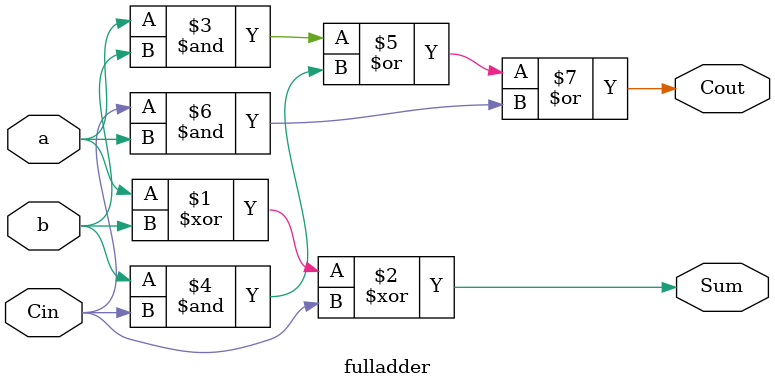
<source format=v>
module fulladder(
    input a,
    input b,
    input Cin,
    output Sum,
    output Cout
    );
    assign Sum=a^b^Cin;
    assign Cout=(a&b)|(b&Cin)|(Cin&a);
endmodule
</source>
